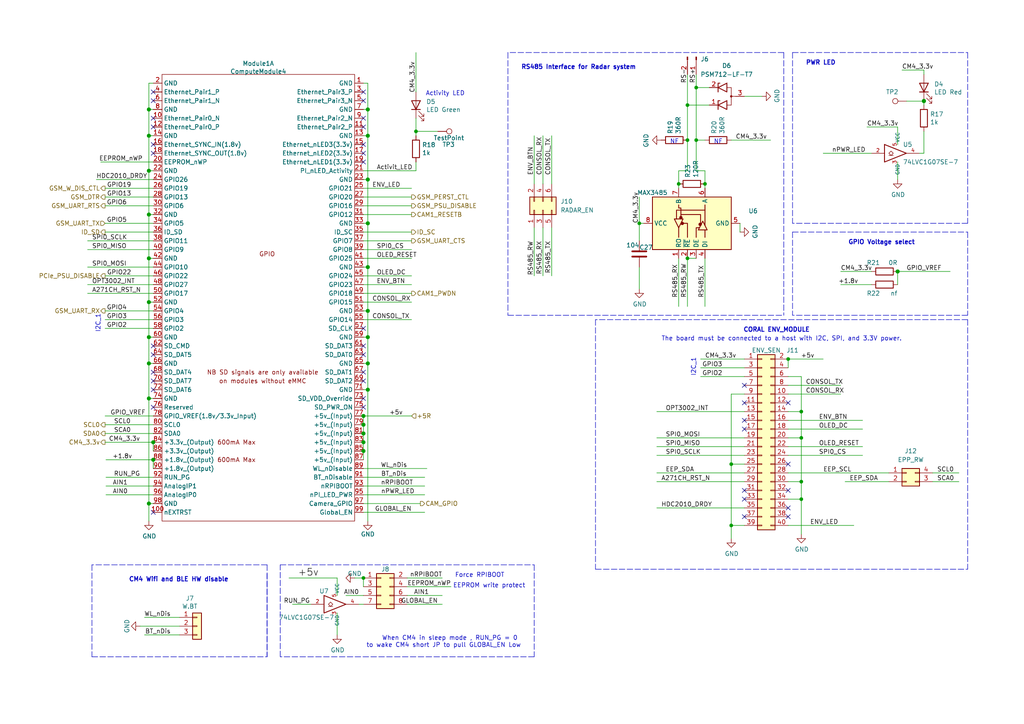
<source format=kicad_sch>
(kicad_sch (version 20211123) (generator eeschema)
  (paper "A4")
  (junction (at 232.41 119.38))
  (junction (at 260.35 78.74) (diameter 1.016))
  (junction (at 43.18 39.37) (diameter 1.016))
  (junction (at 44.45 133.35) (diameter 1.016))
  (junction (at 228.6 104.14))
  (junction (at 106.68 105.41) (diameter 1.016))
  (junction (at 106.68 97.79) (diameter 1.016))
  (junction (at 105.41 167.64))
  (junction (at 43.18 31.75) (diameter 1.016))
  (junction (at 201.93 25.4))
  (junction (at 196.85 53.34))
  (junction (at 106.68 52.07) (diameter 1.016))
  (junction (at 106.68 31.75) (diameter 1.016))
  (junction (at 212.09 134.62))
  (junction (at 43.18 115.57) (diameter 1.016))
  (junction (at 232.41 144.78))
  (junction (at 105.41 123.19) (diameter 1.016))
  (junction (at 106.68 39.37) (diameter 1.016))
  (junction (at 43.18 74.93) (diameter 1.016))
  (junction (at 199.39 74.93))
  (junction (at 106.68 113.03) (diameter 1.016))
  (junction (at 105.41 130.81) (diameter 1.016))
  (junction (at 106.68 77.47) (diameter 1.016))
  (junction (at 267.97 29.337) (diameter 1.016))
  (junction (at 204.47 53.34))
  (junction (at 43.18 49.53) (diameter 1.016))
  (junction (at 43.18 87.63) (diameter 1.016))
  (junction (at 43.18 105.41) (diameter 1.016))
  (junction (at 105.41 120.65) (diameter 1.016))
  (junction (at 199.39 40.64))
  (junction (at 185.42 64.77))
  (junction (at 43.18 62.23) (diameter 1.016))
  (junction (at 106.68 64.77) (diameter 1.016))
  (junction (at 199.39 30.48))
  (junction (at 201.93 40.64))
  (junction (at 105.41 125.73) (diameter 1.016))
  (junction (at 267.97 29.21))
  (junction (at 212.09 152.4))
  (junction (at 43.18 146.05) (diameter 1.016))
  (junction (at 106.68 90.17) (diameter 1.016))
  (junction (at 44.45 128.27) (diameter 1.016))
  (junction (at 232.41 127))
  (junction (at 105.41 128.27) (diameter 1.016))
  (junction (at 120.65 38.1))
  (junction (at 43.18 97.79) (diameter 1.016))
  (junction (at 232.41 139.7))
  (no_connect (at 105.41 100.33))
  (no_connect (at 105.41 95.25))
  (no_connect (at 215.9 121.92))
  (no_connect (at 105.41 115.57))
  (no_connect (at 215.9 142.24))
  (no_connect (at 105.41 46.99))
  (no_connect (at 215.9 144.78))
  (no_connect (at 44.45 102.87))
  (no_connect (at 44.45 118.11))
  (no_connect (at 105.41 41.91))
  (no_connect (at 215.9 116.84))
  (no_connect (at 228.6 147.32))
  (no_connect (at 228.6 149.86))
  (no_connect (at 44.45 29.21))
  (no_connect (at 228.6 116.84))
  (no_connect (at 44.45 34.29))
  (no_connect (at 44.45 110.49))
  (no_connect (at 44.45 36.83))
  (no_connect (at 44.45 41.91))
  (no_connect (at 215.9 124.46))
  (no_connect (at 215.9 111.76))
  (no_connect (at 105.41 102.87))
  (no_connect (at 105.41 36.83))
  (no_connect (at 44.45 26.67))
  (no_connect (at 215.9 149.86))
  (no_connect (at 105.41 26.67))
  (no_connect (at 105.41 44.45))
  (no_connect (at 105.41 107.95))
  (no_connect (at 228.6 134.62))
  (no_connect (at 105.41 29.21))
  (no_connect (at 44.45 107.95))
  (no_connect (at 105.41 118.11))
  (no_connect (at 44.45 100.33))
  (no_connect (at 228.6 142.24))
  (no_connect (at 105.41 34.29))
  (no_connect (at 105.41 110.49))
  (no_connect (at 44.45 148.59))
  (no_connect (at 44.45 44.45))
  (no_connect (at 44.45 113.03))
  (wire (pts (xy 267.97 44.45) (xy 266.7 44.45)))
  (polyline (pts (xy 280.67 15.24) (xy 280.67 64.77)))
  (wire (pts (xy 228.6 124.46) (xy 250.19 124.46)))
  (wire (pts (xy 190.5 132.08) (xy 215.9 132.08)))
  (polyline (pts (xy 172.72 165.1) (xy 280.67 165.1)))
  (wire (pts (xy 196.85 74.93) (xy 196.85 88.9)))
  (polyline (pts (xy 280.67 92.71) (xy 172.72 92.71)))
  (wire (pts (xy 154.94 39.37) (xy 154.94 53.34)))
  (wire (pts (xy 106.68 97.79) (xy 106.68 105.41)))
  (wire (pts (xy 118.11 167.64) (xy 128.27 167.64)))
  (wire (pts (xy 43.18 105.41) (xy 43.18 115.57)))
  (wire (pts (xy 228.6 111.76) (xy 243.84 111.76)))
  (wire (pts (xy 199.39 30.48) (xy 199.39 40.64)))
  (wire (pts (xy 196.85 53.34) (xy 196.85 54.61)))
  (polyline (pts (xy 229.87 15.24) (xy 280.67 15.24)))
  (wire (pts (xy 105.41 130.81) (xy 105.41 133.35)))
  (wire (pts (xy 228.6 132.08) (xy 250.19 132.08)))
  (polyline (pts (xy 147.32 91.44) (xy 227.33 91.44)))
  (wire (pts (xy 260.35 41.91) (xy 260.35 36.83)))
  (wire (pts (xy 105.41 54.61) (xy 119.38 54.61)))
  (wire (pts (xy 105.41 64.77) (xy 106.68 64.77)))
  (wire (pts (xy 30.48 95.25) (xy 44.45 95.25)))
  (wire (pts (xy 105.41 87.63) (xy 119.38 87.63)))
  (wire (pts (xy 105.41 138.43) (xy 123.19 138.43)))
  (wire (pts (xy 190.5 119.38) (xy 215.9 119.38)))
  (wire (pts (xy 105.41 105.41) (xy 106.68 105.41)))
  (polyline (pts (xy 147.32 15.24) (xy 147.32 91.44)))
  (wire (pts (xy 30.48 57.15) (xy 44.45 57.15)))
  (wire (pts (xy 118.11 172.72) (xy 128.27 172.72)))
  (wire (pts (xy 105.41 24.13) (xy 106.68 24.13)))
  (polyline (pts (xy 280.67 67.31) (xy 280.67 91.44)))
  (wire (pts (xy 267.97 29.21) (xy 267.97 29.337)))
  (wire (pts (xy 106.68 31.75) (xy 106.68 39.37)))
  (wire (pts (xy 260.35 78.74) (xy 275.59 78.74)))
  (wire (pts (xy 201.93 25.4) (xy 205.74 25.4)))
  (polyline (pts (xy 227.33 15.24) (xy 147.32 15.24)))
  (polyline (pts (xy 229.87 67.31) (xy 229.87 91.44)))
  (wire (pts (xy 196.85 49.53) (xy 196.85 53.34)))
  (wire (pts (xy 232.41 144.78) (xy 232.41 139.7)))
  (wire (pts (xy 105.41 85.09) (xy 119.38 85.09)))
  (wire (pts (xy 228.6 139.7) (xy 232.41 139.7)))
  (wire (pts (xy 105.41 97.79) (xy 106.68 97.79)))
  (wire (pts (xy 97.79 167.64) (xy 97.79 172.72)))
  (wire (pts (xy 30.48 90.17) (xy 44.45 90.17)))
  (wire (pts (xy 190.5 139.7) (xy 215.9 139.7)))
  (wire (pts (xy 105.41 52.07) (xy 106.68 52.07)))
  (wire (pts (xy 204.47 74.93) (xy 204.47 88.9)))
  (wire (pts (xy 105.41 39.37) (xy 106.68 39.37)))
  (wire (pts (xy 228.6 114.3) (xy 243.84 114.3)))
  (wire (pts (xy 232.41 109.22) (xy 232.41 119.38)))
  (wire (pts (xy 260.35 36.83) (xy 251.46 36.83)))
  (wire (pts (xy 30.48 67.31) (xy 44.45 67.31)))
  (wire (pts (xy 203.2 109.22) (xy 215.9 109.22)))
  (wire (pts (xy 25.4 72.39) (xy 44.45 72.39)))
  (wire (pts (xy 105.41 57.15) (xy 119.38 57.15)))
  (wire (pts (xy 105.41 146.05) (xy 121.92 146.05)))
  (wire (pts (xy 25.4 69.85) (xy 44.45 69.85)))
  (wire (pts (xy 185.42 83.82) (xy 185.42 77.47)))
  (wire (pts (xy 201.93 25.4) (xy 201.93 40.64)))
  (wire (pts (xy 105.41 123.19) (xy 105.41 125.73)))
  (wire (pts (xy 30.734 133.35) (xy 44.45 133.35)))
  (wire (pts (xy 105.41 135.89) (xy 123.825 135.89)))
  (wire (pts (xy 270.51 137.16) (xy 278.13 137.16)))
  (wire (pts (xy 43.18 74.93) (xy 43.18 87.63)))
  (wire (pts (xy 102.87 167.64) (xy 105.41 167.64)))
  (wire (pts (xy 30.48 54.61) (xy 44.45 54.61)))
  (wire (pts (xy 43.18 31.75) (xy 43.18 39.37)))
  (wire (pts (xy 44.45 24.13) (xy 43.18 24.13)))
  (wire (pts (xy 267.97 38.1) (xy 267.97 44.45)))
  (wire (pts (xy 25.4 85.09) (xy 44.45 85.09)))
  (wire (pts (xy 41.91 184.15) (xy 52.07 184.15)))
  (wire (pts (xy 228.6 104.14) (xy 238.76 104.14)))
  (wire (pts (xy 29.21 46.99) (xy 44.45 46.99)))
  (wire (pts (xy 30.48 92.71) (xy 44.45 92.71)))
  (wire (pts (xy 106.68 113.03) (xy 106.68 151.13)))
  (wire (pts (xy 118.11 170.18) (xy 130.81 170.18)))
  (wire (pts (xy 185.42 57.15) (xy 185.42 64.77)))
  (wire (pts (xy 228.6 152.4) (xy 247.65 152.4)))
  (wire (pts (xy 105.41 67.31) (xy 119.38 67.31)))
  (wire (pts (xy 83.82 167.64) (xy 97.79 167.64)))
  (wire (pts (xy 190.5 147.32) (xy 215.9 147.32)))
  (wire (pts (xy 106.68 105.41) (xy 106.68 113.03)))
  (wire (pts (xy 212.09 114.3) (xy 212.09 134.62)))
  (wire (pts (xy 199.39 30.48) (xy 205.74 30.48)))
  (wire (pts (xy 105.41 120.65) (xy 105.41 123.19)))
  (wire (pts (xy 105.41 74.93) (xy 119.38 74.93)))
  (wire (pts (xy 228.6 129.54) (xy 250.19 129.54)))
  (wire (pts (xy 245.11 139.7) (xy 257.81 139.7)))
  (wire (pts (xy 232.41 139.7) (xy 232.41 127)))
  (polyline (pts (xy 229.87 67.31) (xy 280.67 67.31)))
  (wire (pts (xy 220.98 27.94) (xy 215.9 27.94)))
  (wire (pts (xy 238.76 44.45) (xy 252.73 44.45)))
  (wire (pts (xy 201.93 40.64) (xy 204.47 40.64)))
  (wire (pts (xy 212.09 40.64) (xy 223.52 40.64)))
  (wire (pts (xy 105.41 120.65) (xy 119.38 120.65)))
  (wire (pts (xy 104.14 175.26) (xy 105.41 175.26)))
  (polyline (pts (xy 77.47 166.37) (xy 77.47 190.5)))
  (wire (pts (xy 27.94 52.07) (xy 44.45 52.07)))
  (wire (pts (xy 30.48 120.65) (xy 44.45 120.65)))
  (wire (pts (xy 30.48 123.19) (xy 44.45 123.19)))
  (wire (pts (xy 105.41 59.69) (xy 119.38 59.69)))
  (wire (pts (xy 25.4 77.47) (xy 44.45 77.47)))
  (wire (pts (xy 43.18 62.23) (xy 43.18 74.93)))
  (polyline (pts (xy 227.33 15.24) (xy 227.33 91.44)))
  (wire (pts (xy 228.6 109.22) (xy 232.41 109.22)))
  (wire (pts (xy 262.9662 29.337) (xy 267.97 29.337)))
  (wire (pts (xy 106.68 39.37) (xy 106.68 52.07)))
  (wire (pts (xy 185.42 64.77) (xy 185.42 69.85)))
  (wire (pts (xy 228.6 137.16) (xy 257.81 137.16)))
  (wire (pts (xy 203.2 106.68) (xy 215.9 106.68)))
  (wire (pts (xy 25.4 82.55) (xy 44.45 82.55)))
  (wire (pts (xy 100.33 172.72) (xy 105.41 172.72)))
  (wire (pts (xy 201.93 40.64) (xy 201.93 49.53)))
  (wire (pts (xy 199.39 74.93) (xy 199.39 88.9)))
  (wire (pts (xy 44.45 39.37) (xy 43.18 39.37)))
  (polyline (pts (xy 172.72 92.71) (xy 172.72 165.1)))
  (wire (pts (xy 44.45 135.89) (xy 44.45 133.35)))
  (wire (pts (xy 228.6 144.78) (xy 232.41 144.78)))
  (wire (pts (xy 120.65 46.99) (xy 120.65 49.53)))
  (wire (pts (xy 120.65 38.1) (xy 120.65 39.37)))
  (wire (pts (xy 43.18 87.63) (xy 44.45 87.63)))
  (wire (pts (xy 106.68 64.77) (xy 106.68 77.47)))
  (wire (pts (xy 30.48 125.73) (xy 44.45 125.73)))
  (wire (pts (xy 201.93 49.53) (xy 204.47 49.53)))
  (wire (pts (xy 243.84 78.74) (xy 252.73 78.74)))
  (wire (pts (xy 228.6 121.92) (xy 250.19 121.92)))
  (wire (pts (xy 190.5 129.54) (xy 215.9 129.54)))
  (wire (pts (xy 186.69 64.77) (xy 185.42 64.77)))
  (wire (pts (xy 30.734 140.97) (xy 44.45 140.97)))
  (wire (pts (xy 43.18 87.63) (xy 43.18 97.79)))
  (wire (pts (xy 260.35 78.74) (xy 260.35 82.55)))
  (wire (pts (xy 105.41 72.39) (xy 119.38 72.39)))
  (wire (pts (xy 30.48 80.01) (xy 44.45 80.01)))
  (wire (pts (xy 120.65 15.24) (xy 120.65 26.67)))
  (wire (pts (xy 120.65 38.1) (xy 127 38.1)))
  (wire (pts (xy 106.68 77.47) (xy 106.68 90.17)))
  (wire (pts (xy 190.5 127) (xy 215.9 127)))
  (wire (pts (xy 105.41 49.53) (xy 120.65 49.53)))
  (wire (pts (xy 228.6 127) (xy 232.41 127)))
  (wire (pts (xy 106.68 90.17) (xy 106.68 97.79)))
  (wire (pts (xy 204.47 53.34) (xy 204.47 54.61)))
  (wire (pts (xy 43.18 105.41) (xy 44.45 105.41)))
  (polyline (pts (xy 280.67 92.71) (xy 280.67 165.1)))
  (wire (pts (xy 105.41 31.75) (xy 106.68 31.75)))
  (polyline (pts (xy 154.94 190.5) (xy 81.28 190.5)))
  (wire (pts (xy 214.63 67.31) (xy 214.63 64.77)))
  (wire (pts (xy 44.45 146.05) (xy 43.18 146.05)))
  (wire (pts (xy 212.09 134.62) (xy 215.9 134.62)))
  (wire (pts (xy 44.45 130.81) (xy 44.45 128.27)))
  (wire (pts (xy 105.41 80.01) (xy 119.38 80.01)))
  (wire (pts (xy 105.41 125.73) (xy 105.41 128.27)))
  (wire (pts (xy 43.18 74.93) (xy 44.45 74.93)))
  (wire (pts (xy 30.734 143.51) (xy 44.45 143.51)))
  (polyline (pts (xy 229.87 15.24) (xy 229.87 64.77)))
  (wire (pts (xy 105.41 62.23) (xy 119.38 62.23)))
  (wire (pts (xy 260.35 46.99) (xy 260.35 52.07)))
  (wire (pts (xy 43.18 97.79) (xy 43.18 105.41)))
  (wire (pts (xy 190.5 137.16) (xy 215.9 137.16)))
  (wire (pts (xy 43.18 39.37) (xy 43.18 49.53)))
  (wire (pts (xy 212.09 152.4) (xy 212.09 156.21)))
  (wire (pts (xy 43.18 49.53) (xy 43.18 62.23)))
  (wire (pts (xy 105.41 92.71) (xy 119.38 92.71)))
  (wire (pts (xy 30.734 138.43) (xy 44.45 138.43)))
  (wire (pts (xy 105.41 77.47) (xy 106.68 77.47)))
  (wire (pts (xy 157.48 66.04) (xy 157.48 80.01)))
  (wire (pts (xy 120.65 34.29) (xy 120.65 38.1)))
  (wire (pts (xy 105.41 113.03) (xy 106.68 113.03)))
  (wire (pts (xy 199.39 40.64) (xy 199.39 49.53)))
  (wire (pts (xy 199.39 21.59) (xy 199.39 30.48)))
  (wire (pts (xy 232.41 127) (xy 232.41 119.38)))
  (wire (pts (xy 160.02 39.37) (xy 160.02 53.34)))
  (wire (pts (xy 228.6 104.14) (xy 228.6 106.68)))
  (wire (pts (xy 30.48 59.69) (xy 44.45 59.69)))
  (wire (pts (xy 97.79 177.8) (xy 97.79 184.15)))
  (polyline (pts (xy 81.28 163.83) (xy 154.94 163.83)))
  (wire (pts (xy 201.93 21.59) (xy 201.93 25.4)))
  (wire (pts (xy 243.84 82.55) (xy 252.73 82.55)))
  (wire (pts (xy 43.18 115.57) (xy 43.18 146.05)))
  (wire (pts (xy 105.41 82.55) (xy 119.38 82.55)))
  (wire (pts (xy 43.18 49.53) (xy 44.45 49.53)))
  (wire (pts (xy 30.48 128.27) (xy 44.45 128.27)))
  (wire (pts (xy 157.48 39.37) (xy 157.48 53.34)))
  (wire (pts (xy 44.45 31.75) (xy 43.18 31.75)))
  (wire (pts (xy 105.41 143.51) (xy 123.19 143.51)))
  (polyline (pts (xy 280.67 91.44) (xy 229.87 91.44)))
  (wire (pts (xy 43.18 97.79) (xy 44.45 97.79)))
  (wire (pts (xy 105.41 167.64) (xy 105.41 170.18)))
  (wire (pts (xy 105.41 69.85) (xy 119.38 69.85)))
  (wire (pts (xy 43.18 115.57) (xy 44.45 115.57)))
  (wire (pts (xy 212.09 152.4) (xy 212.09 134.62)))
  (wire (pts (xy 118.11 175.26) (xy 128.27 175.26)))
  (polyline (pts (xy 154.94 163.83) (xy 154.94 190.5)))
  (wire (pts (xy 30.48 64.77) (xy 44.45 64.77)))
  (wire (pts (xy 199.39 74.93) (xy 201.93 74.93)))
  (wire (pts (xy 105.41 128.27) (xy 105.41 130.81)))
  (wire (pts (xy 44.45 133.35) (xy 44.704 133.35)))
  (wire (pts (xy 203.2 104.14) (xy 215.9 104.14)))
  (wire (pts (xy 215.9 114.3) (xy 212.09 114.3)))
  (polyline (pts (xy 26.67 163.83) (xy 26.67 190.5)))
  (wire (pts (xy 106.68 52.07) (xy 106.68 64.77)))
  (wire (pts (xy 204.47 49.53) (xy 204.47 53.34)))
  (polyline (pts (xy 77.47 163.83) (xy 26.67 163.83)))
  (wire (pts (xy 105.41 140.97) (xy 123.19 140.97)))
  (wire (pts (xy 41.91 179.07) (xy 52.07 179.07)))
  (wire (pts (xy 232.41 119.38) (xy 228.6 119.38)))
  (wire (pts (xy 43.18 62.23) (xy 44.45 62.23)))
  (polyline (pts (xy 77.47 163.83) (xy 77.47 190.5)))
  (polyline (pts (xy 154.94 163.83) (xy 154.94 163.83)))
  (wire (pts (xy 261.62 20.32) (xy 267.97 20.32)))
  (wire (pts (xy 160.02 66.04) (xy 160.02 80.01)))
  (wire (pts (xy 105.41 90.17) (xy 106.68 90.17)))
  (wire (pts (xy 267.97 29.337) (xy 267.97 30.48)))
  (wire (pts (xy 270.51 139.7) (xy 278.13 139.7)))
  (wire (pts (xy 215.9 152.4) (xy 212.09 152.4)))
  (wire (pts (xy 106.68 24.13) (xy 106.68 31.75)))
  (wire (pts (xy 43.18 24.13) (xy 43.18 31.75)))
  (polyline (pts (xy 81.28 190.5) (xy 81.28 163.83)))
  (wire (pts (xy 267.97 21.59) (xy 267.97 20.32)))
  (wire (pts (xy 105.41 148.59) (xy 123.19 148.59)))
  (wire (pts (xy 199.39 49.53) (xy 196.85 49.53)))
  (polyline (pts (xy 280.67 64.77) (xy 229.87 64.77)))
  (wire (pts (xy 232.41 144.78) (xy 232.41 154.94)))
  (wire (pts (xy 84.836 175.26) (xy 90.17 175.26)))
  (wire (pts (xy 40.64 181.61) (xy 52.07 181.61)))
  (wire (pts (xy 154.94 66.04) (xy 154.94 80.01)))
  (polyline (pts (xy 26.67 190.5) (xy 77.47 190.5)))
  (wire (pts (xy 43.18 146.05) (xy 43.18 151.13)))
  (text "GPIO Voltage select\n" (at 265.43 71.12 180) (effects (font (size 1.27 1.27) (thickness 0.254) bold) (justify right bottom)))
  (text "CM4 Wifi and BLE HW disable " (at 67.31 168.91 180) (effects (font (size 1.27 1.27) (thickness 0.254) bold) (justify right bottom)))
  (text "I2C_1" (at 29.21 96.52 90) (effects (font (size 1.27 1.27)) (justify left bottom)))
  (text "When CM4 in sleep mode , RUN_PG = 0 \nto wake CM4 short JP to pull GLOBAL_EN Low" (at 151.13 187.96 0) (effects (font (size 1.27 1.27)) (justify right bottom)))
  (text "EEPROM write protect\n\n" (at 152.4 172.72 180) (effects (font (size 1.27 1.27)) (justify right bottom)))
  (text "NF" (at 207.01 41.91 0) (effects (font (size 1.27 1.27)) (justify left bottom)))
  (text "CORAL ENV_MODULE" (at 234.95 96.52 180) (effects (font (size 1.27 1.27) (thickness 0.254) bold) (justify right bottom)))
  (text "RS485 Interface for Radar system" (at 151.13 20.32 0) (effects (font (size 1.27 1.27) (thickness 0.254) bold) (justify left bottom)))
  (text "Force RPIBOOT \n" (at 147.32 167.64 180) (effects (font (size 1.27 1.27)) (justify right bottom)))
  (text "NF" (at 194.31 41.91 0) (effects (font (size 1.27 1.27)) (justify left bottom)))
  (text "Activity LED" (at 123.444 27.94 0) (effects (font (size 1.27 1.27)) (justify left bottom)))
  (text "I2C_1" (at 201.93 109.22 90) (effects (font (size 1.27 1.27)) (justify left bottom)))
  (text "The board must be connected to a host with I2C, SPI, and 3.3V power." (at 261.62 99.06 0) (effects (font (size 1.27 1.27)) (justify right bottom)))
  (text "PWR LED" (at 233.68 19.05 0) (effects (font (size 1.27 1.27) (thickness 0.254) bold) (justify left bottom)))
  (label "RS485_TX" (at 204.47 86.36 90))
  (label "SCA0" (at 271.78 139.7 0))
  (label "AIN1" (at 37.084 140.97 180))
  (label "A271CH_RST_N" (at 26.67 85.09 0))
  (label "nPWR_LED" (at 241.3 44.45 0))
  (label "GPIO4" (at 36.83 90.17 180))
  (label "CM4_3.3v" (at 204.47 104.14 0))
  (label "CONSOL_TX" (at 160.02 50.8 90))
  (label "GPIO_VREF" (at 32.004 120.65 0))
  (label "WL_nDis" (at 49.53 179.07 180))
  (label "OLED_RESET" (at 237.49 129.54 0))
  (label "GPIO3" (at 36.83 92.71 180))
  (label "+5v" (at 86.36 167.64 0) (effects (font (size 2.0066 2.0066))))
  (label "AIN0" (at 37.084 143.51 180))
  (label "SPI0_CS" (at 109.22 72.39 0))
  (label "CONSOL_RX" (at 233.68 114.3 0))
  (label "RUN_PG" (at 89.916 175.26 180))
  (label "EEP_SDA" (at 193.04 137.16 0))
  (label "WL_nDis" (at 118.11 135.89 180))
  (label "RS-" (at 199.39 24.13 90))
  (label "SPI0_SCLK" (at 26.67 69.85 0))
  (label "+1.8v" (at 248.92 82.55 180))
  (label "CM4_3.3v" (at 243.84 78.74 0))
  (label "+5v" (at 236.22 104.14 180))
  (label "ENV_LED" (at 107.95 54.61 0))
  (label "GLOBAL_EN" (at 127 175.26 180))
  (label "CM4_3.3v" (at 120.65 17.78 270))
  (label "A271CH_RST_N" (at 191.77 139.7 0))
  (label "RS485_RW" (at 154.94 69.85 270))
  (label "OPT3002_INT" (at 193.04 119.38 0))
  (label "SPI0_MISO" (at 26.67 72.39 0))
  (label "CONSOL_TX" (at 107.95 92.71 0))
  (label "CM4_3.3v" (at 185.42 64.77 90))
  (label "EEP_SCL" (at 238.76 137.16 0))
  (label "GPIO3" (at 209.55 106.68 180))
  (label "SCL0" (at 33.02 123.19 0))
  (label "GLOBAL_EN" (at 119.38 148.59 180))
  (label "ENV_BTN" (at 154.94 50.8 90))
  (label "SPI0_MISO" (at 193.04 129.54 0))
  (label "OPT3002_INT" (at 26.67 82.55 0))
  (label "GPIO2" (at 36.83 95.25 180))
  (label "SCA0" (at 33.02 125.73 0))
  (label "RS485_TX" (at 160.02 69.85 270))
  (label "CM4_3.3v" (at 40.64 128.27 180))
  (label "SPI0_MOSI" (at 193.04 127 0))
  (label "CONSOL_RX" (at 107.95 87.63 0))
  (label "GPIO2" (at 209.55 109.22 180))
  (label "ENV_LED" (at 234.95 152.4 0))
  (label "GPIO22" (at 38.1 80.01 180))
  (label "+5v" (at 116.84 120.65 180))
  (label "RUN_PG" (at 40.64 138.43 180))
  (label "CM4_3.3v" (at 261.62 20.32 0))
  (label "CONSOL_TX" (at 233.68 111.76 0))
  (label "GPIO_VREF" (at 262.89 78.74 0))
  (label "OLED_RESET" (at 109.22 74.93 0))
  (label "EEPROM_nWP" (at 41.402 46.99 180))
  (label "RS485_RX" (at 157.48 69.85 270))
  (label "GPIO5" (at 36.83 64.77 180))
  (label "RS485_RW" (at 199.39 86.36 90))
  (label "OLED_DC" (at 237.49 124.46 0))
  (label "HDC2010_DRDY" (at 191.77 147.32 0))
  (label "+1.8v" (at 38.354 133.35 180))
  (label "nRPIBOOT" (at 119.8372 140.97 180))
  (label "HDC2010_DRDY" (at 27.94 52.07 0))
  (label "GPIO19" (at 38.1 54.61 180))
  (label "EEPROM_nWP" (at 130.81 170.18 180))
  (label "CM4_3.3v" (at 213.36 40.64 0))
  (label "BT_nDis" (at 49.53 184.15 180))
  (label "AIN1" (at 124.46 172.72 180))
  (label "BT_nDis" (at 117.9576 138.43 180))
  (label "OLED_DC" (at 109.22 80.01 0))
  (label "nPWR_LED" (at 110.49 143.51 0))
  (label "SPI0_MOSI" (at 26.67 77.47 0))
  (label "AIN0" (at 104.14 172.72 180))
  (label "SPI0_SCLK" (at 193.04 132.08 0))
  (label "GPIO13" (at 38.1 57.15 180))
  (label "nRPIBOOT" (at 128.27 167.64 180))
  (label "GPIO6" (at 36.83 59.69 180))
  (label "CM4_3.3v" (at 251.46 36.83 0))
  (label "RS485_RX" (at 196.85 86.36 90))
  (label "Activit_LED" (at 109.22 49.53 0))
  (label "CONSOL_RX" (at 157.48 50.8 90))
  (label "ENV_BTN" (at 109.22 82.55 0))
  (label "ENV_BTN" (at 237.49 121.92 0))
  (label "SCL0" (at 271.78 137.16 0))
  (label "EEP_SDA" (at 246.38 139.7 0))
  (label "SPI0_CS" (at 237.49 132.08 0))
  (label "RS+" (at 201.93 24.13 90))
  (hierarchical_label "ID_SC" (shape output) (at 119.38 67.31 0))
  (hierarchical_label "PCIe_PSU_DISABLE" (shape output) (at 30.48 80.01 180))
  (hierarchical_label "SCL0" (shape output) (at 30.48 123.19 180))
  (hierarchical_label "GSM_PERST_CTL" (shape output) (at 119.38 57.15 0))
  (hierarchical_label "ID_SD" (shape output) (at 30.48 67.31 180))
  (hierarchical_label "CAM1_RESETB" (shape output) (at 119.38 62.23 0))
  (hierarchical_label "SDA0" (shape output) (at 30.48 125.73 180))
  (hierarchical_label "CM4_3.3v" (shape output) (at 30.48 128.27 180))
  (hierarchical_label "GSM_UART_RX" (shape output) (at 30.48 90.17 180))
  (hierarchical_label "GSM_UART_CTS" (shape output) (at 119.38 69.85 0))
  (hierarchical_label "GSM_PSU_DISABLE" (shape output) (at 119.38 59.69 0))
  (hierarchical_label "CAM_GPIO" (shape output) (at 121.92 146.05 0))
  (hierarchical_label "GSM_UART_TX" (shape input) (at 30.48 64.77 180))
  (hierarchical_label "+5R" (shape input) (at 119.38 120.65 0))
  (hierarchical_label "GSM_DTR" (shape output) (at 30.48 57.15 180))
  (hierarchical_label "GSM_UART_RTS" (shape output) (at 30.48 59.69 180))
  (hierarchical_label "GSM_W_DIS_CTL" (shape output) (at 30.48 54.61 180))
  (hierarchical_label "CAM1_PWDN" (shape output) (at 119.38 85.09 0))
  (symbol (lib_id "Device:R") (at 200.66 53.34 90) (unit 1)
    (property "Reference" "R23" (at 199.4916 51.562 0) (effects (justify left)))
    (property "Value" "120R" (at 201.803 51.562 0) (effects (justify left)))
    (property "Footprint" "Resistor_SMD:R_0402_1005Metric" (effects hide))
    (property "Datasheet" "https://fscdn.rohm.com/en/products/databook/datasheet/passive/resistor/chip_resistor/mcr-e.pdf" (effects hide))
    (property "Field4" "Farnell" (effects hide))
    (property "Field5" "9239235" (effects hide))
    (property "Field7" "KOA EUROPE GMBH" (effects hide))
    (property "Field6" "RK73H1ETTP1001F" (effects hide))
    (property "Part Description" "Resistor 1K M1005 1% 63mW" (effects hide))
    (property "Field8" "125049511" (effects hide))
    (property "LCSC" "C114758" (effects hide))
  )
  (symbol (lib_id "Device:R") (at 195.58 40.64 90) (unit 1)
    (property "Reference" "R19" (at 194.4116 38.862 0) (effects (justify left)))
    (property "Value" "360R" (at 196.723 38.862 0) (effects (justify left)))
    (property "Footprint" "Resistor_SMD:R_0402_1005Metric" (effects hide))
    (property "Datasheet" "https://fscdn.rohm.com/en/products/databook/datasheet/passive/resistor/chip_resistor/mcr-e.pdf" (effects hide))
    (property "Field4" "Farnell" (effects hide))
    (property "Field5" "9239235" (effects hide))
    (property "Field7" "KOA EUROPE GMBH" (effects hide))
    (property "Field6" "RK73H1ETTP1001F" (effects hide))
    (property "Part Description" "Resistor 1K M1005 1% 63mW" (effects hide))
    (property "Field8" "125049511" (effects hide))
    (property "LCSC" "C2930003" (effects hide))
  )
  (symbol (lib_id "power:GND") (at 212.09 156.21 0) (unit 1)
    (property "Reference" "#PWR0127" (effects hide))
    (property "Value" "GND" (at 212.217 160.6042 0))
  )
  (symbol (lib_id "CM4IO:74LVC1G07_copy") (at 260.35 44.45 0) (unit 1)
    (property "Reference" "U5" (at 261.874 41.91 0) (effects (justify left)))
    (property "Value" "74LVC1G07SE-7" (at 261.874 46.99 0) (effects (justify left)))
    (property "Footprint" "Package_TO_SOT_SMD:SOT-353_SC-70-5" (effects hide))
    (property "Datasheet" "https://www.diodes.com/assets/Datasheets/74LVC1G07.pdf" (effects hide))
    (property "Field4" "Farnell" (effects hide))
    (property "Field5" "2425492" (effects hide))
    (property "Field6" "74LVC1G07SE-7" (effects hide))
    (property "Field7" "Diodes" (effects hide))
    (property "Part Description" "Buffer, Non-Inverting 1 Element 1 Bit per Element Open Drain Output SOT-353" (effects hide))
    (property "LCSC" "C12511" (effects hide))
  )
  (symbol (lib_id "Device:R") (at 267.97 34.29 0) (unit 1)
    (property "Reference" "R17" (at 269.748 33.1216 0) (effects (justify left)))
    (property "Value" "1k" (at 269.748 35.433 0) (effects (justify left)))
    (property "Footprint" "Resistor_SMD:R_0402_1005Metric" (effects hide))
    (property "Datasheet" "https://fscdn.rohm.com/en/products/databook/datasheet/passive/resistor/chip_resistor/mcr-e.pdf" (effects hide))
    (property "Field4" "Farnell" (effects hide))
    (property "Field5" "9239235" (effects hide))
    (property "Field7" "KOA EUROPE GMBH" (effects hide))
    (property "Field6" "RK73H1ETTP1001F" (effects hide))
    (property "Part Description" "Resistor 1K M1005 1% 63mW" (effects hide))
    (property "Field8" "125049511" (effects hide))
    (property "LCSC" "C106235" (effects hide))
  )
  (symbol (lib_id "Connector:Conn_01x02_Male") (at 201.93 16.51 270) (unit 1)
    (property "Reference" "J6" (at 203.2 17.1449 90) (effects (justify left)))
    (property "Value" "Conn_01x02_Male" (effects hide))
    (property "Footprint" "Connector_PinHeader_2.54mm:PinHeader_1x02_P2.54mm_Vertical" (effects hide))
  )
  (symbol (lib_id "CM4IO:74LVC1G07_copy") (at 97.79 175.26 0) (unit 1)
    (property "Reference" "U7" (at 93.98 171.45 0))
    (property "Value" "74LVC1G07SE-7" (at 88.9 179.07 0))
    (property "Footprint" "Package_TO_SOT_SMD:SOT-353_SC-70-5" (effects hide))
    (property "Datasheet" "https://www.diodes.com/assets/Datasheets/74LVC1G07.pdf" (effects hide))
    (property "Field4" "Farnell" (effects hide))
    (property "Field5" "2425492" (effects hide))
    (property "Field6" "74LVC1G07SE-7" (effects hide))
    (property "Field7" "Diodes" (effects hide))
    (property "Part Description" "Buffer, Non-Inverting 1 Element 1 Bit per Element Open Drain Output SOT-353" (effects hide))
    (property "LCSC" "C12511" (effects hide))
  )
  (symbol (lib_id "power:GND") (at 232.41 154.94 0) (unit 1)
    (property "Reference" "#PWR0130" (effects hide))
    (property "Value" "GND" (at 232.537 159.3342 0))
  )
  (symbol (lib_id "Connector_Generic:Conn_02x20_Odd_Even") (at 220.98 127 0) (unit 1)
    (property "Reference" "J11" (at 229.87 101.6 0))
    (property "Value" "ENV_SEN" (at 222.25 101.6 0))
    (property "Footprint" "Connector_PinHeader_2.54mm:PinHeader_2x20_P2.54mm_Vertical" (effects hide))
  )
  (symbol (lib_id "Device:R") (at 256.54 78.74 90) (unit 1)
    (property "Reference" "R21" (at 255.27 76.2 90) (effects (justify left)))
    (property "Value" "0R" (at 260.35 76.2 90) (effects (justify left)))
    (property "Footprint" "Resistor_SMD:R_0402_1005Metric" (effects hide))
    (property "Datasheet" "https://fscdn.rohm.com/en/products/databook/datasheet/passive/resistor/chip_resistor/mcr-e.pdf" (effects hide))
    (property "Field4" "Farnell" (effects hide))
    (property "Field5" "9233750" (effects hide))
    (property "Field7" "Rohm" (effects hide))
    (property "Field6" "MCR10EZPJ000" (effects hide))
    (property "Part Description" "Resistor 0R M2012 5% " (effects hide))
    (property "Field8" "121629591" (effects hide))
    (property "LCSC" "C21376" (effects hide))
  )
  (symbol (lib_id "Device:LED") (at 267.97 25.4 90) (unit 1)
    (property "Reference" "D4" (at 270.9418 24.4094 90) (effects (justify right)))
    (property "Value" "LED Red" (at 270.9418 26.7208 90) (effects (justify right)))
    (property "Footprint" "LED_SMD:LED_0603_1608Metric" (effects hide))
    (property "Datasheet" "http://optoelectronics.liteon.com/upload/download/DS22-2000-210/LTST-S270KRKT.pdf" (effects hide))
    (property "Field4" "Digikey " (effects hide))
    (property "Field5" "	LTST-S270KRKT" (effects hide))
    (property "Field6" "SML-A12U8TT86Q" (effects hide))
    (property "Field7" "Rohm" (effects hide))
    (property "Field8" "650295101" (effects hide))
    (property "Part Description" "	Red 620nm LED Indication - Discrete 2.2V 2-SMD, No Lead" (effects hide))
    (property "LCSC" "C84263" (effects hide))
  )
  (symbol (lib_id "Device:R") (at 120.65 43.18 0) (unit 1)
    (property "Reference" "R18" (at 122.428 42.0116 0) (effects (justify left)))
    (property "Value" "1k" (at 122.428 44.323 0) (effects (justify left)))
    (property "Footprint" "Resistor_SMD:R_0402_1005Metric" (effects hide))
    (property "Datasheet" "https://fscdn.rohm.com/en/products/databook/datasheet/passive/resistor/chip_resistor/mcr-e.pdf" (effects hide))
    (property "Field4" "Farnell" (effects hide))
    (property "Field5" "9239235" (effects hide))
    (property "Field7" "KOA EUROPE GMBH" (effects hide))
    (property "Field6" "RK73H1ETTP1001F" (effects hide))
    (property "Part Description" "Resistor 1K M1005 1% 63mW" (effects hide))
    (property "Field8" "125049511" (effects hide))
    (property "LCSC" "C106235" (effects hide))
  )
  (symbol (lib_id "power:GND") (at 260.35 52.07 0) (unit 1)
    (property "Reference" "#PWR0134" (effects hide))
    (property "Value" "GND" (at 260.477 56.4642 0))
  )
  (symbol (lib_id "power:GND") (at 185.42 83.82 0) (unit 1)
    (property "Reference" "#PWR0139" (effects hide))
    (property "Value" "GND" (at 185.547 88.2142 0))
  )
  (symbol (lib_id "Interface_UART:MAX3485") (at 199.39 64.77 90) (unit 1)
    (property "Reference" "U6" (at 218.44 61.1886 90))
    (property "Value" "MAX3485" (at 189.23 55.88 90))
    (property "Footprint" "Package_SO:SOIC-8_3.9x4.9mm_P1.27mm" (effects hide))
    (property "Datasheet" "https://datasheets.maximintegrated.com/en/ds/MAX3483-MAX3491.pdf" (effects hide))
    (property "LCSC" "C9943" (effects hide))
  )
  (symbol (lib_id "Connector:TestPoint") (at 127 38.1 270) (unit 1)
    (property "Reference" "TP3" (at 128.27 41.91 90) (effects (justify left)))
    (property "Value" "TestPoint" (at 125.73 40.005 90) (effects (justify left)))
    (property "Footprint" "TestPoint:TestPoint_Pad_D1.0mm" (effects hide))
    (property "Field4" "nf" (effects hide))
    (property "Field5" "nf" (effects hide))
    (property "Field6" "nf" (effects hide))
    (property "Field7" "nf" (effects hide))
  )
  (symbol (lib_id "Power_Protection:RCLAMP0582B") (at 210.82 27.94 180) (unit 1)
    (property "Reference" "D6" (at 210.7565 19.05 0))
    (property "Value" "PSM712-LF-T7" (at 210.7565 21.59 0))
    (property "Footprint" "Package_TO_SOT_SMD:SOT-23" (effects hide))
    (property "Datasheet" "https://datasheet.lcsc.com/lcsc/1811061632_ProTek-Devices-PSM712-LF-T7_C32677.pdf" (effects hide))
    (property "LCSC" "C32677" (effects hide))
  )
  (symbol (lib_id "Device:R") (at 208.28 40.64 90) (unit 1)
    (property "Reference" "R20" (at 207.1116 38.862 0) (effects (justify left)))
    (property "Value" "360R " (at 209.423 38.862 0) (effects (justify left)))
    (property "Footprint" "Resistor_SMD:R_0402_1005Metric" (effects hide))
    (property "Datasheet" "https://fscdn.rohm.com/en/products/databook/datasheet/passive/resistor/chip_resistor/mcr-e.pdf" (effects hide))
    (property "Field4" "Farnell" (effects hide))
    (property "Field5" "9239235" (effects hide))
    (property "Field7" "KOA EUROPE GMBH" (effects hide))
    (property "Field6" "RK73H1ETTP1001F" (effects hide))
    (property "Part Description" "Resistor 1K M1005 1% 63mW" (effects hide))
    (property "Field8" "125049511" (effects hide))
    (property "LCSC" "C2930003" (effects hide))
  )
  (symbol (lib_id "CM4IO:ComputeModule4-CM4") (at 77.47 80.01 0) (unit 1)
    (property "Reference" "Module1" (at 74.93 18.415 0))
    (property "Value" "ComputeModule4" (at 74.93 20.7264 0))
    (property "Footprint" "CM4IO:Raspberry-Pi-4-Compute-Module" (effects hide))
    (property "Datasheet" "https://datasheet.lcsc.com/lcsc/2006112250_HRS-Hirose-DF40C-100DS-0-4V-51_C597931.pdf" (effects hide))
    (property "Field4" "Hirose" (effects hide))
    (property "Field5" "2off DF40C-100DS-0.4V" (effects hide))
    (property "Field6" "2off DF40C-100DS-0.4V" (effects hide))
    (property "Field7" "Hirose" (effects hide))
    (property "Part Description" "	100 Position Connector Receptacle, Center Strip Contacts Surface Mount Gold" (effects hide))
    (property "LCSC" "C597931" (effects hide))
  )
  (symbol (lib_id "Connector_Generic:Conn_02x04_Odd_Even") (at 110.49 170.18 0) (unit 1)
    (property "Reference" "J8" (at 111.76 165.1 0))
    (property "Value" "Conn_02x04_Odd_Even" (effects hide))
    (property "Footprint" "Connector_PinSocket_2.00mm:PinSocket_2x04_P2.00mm_Vertical" (effects hide))
    (property "LCSC" "C5156676" (effects hide))
  )
  (symbol (lib_id "power:GND") (at 214.63 67.31 90) (unit 1)
    (property "Reference" "#PWR0138" (effects hide))
    (property "Value" "GND" (at 219.0242 67.183 0))
  )
  (symbol (lib_id "power:GND") (at 97.79 184.15 0) (unit 1)
    (property "Reference" "#PWR0135" (effects hide))
    (property "Value" "GND" (at 97.917 188.5442 0))
  )
  (symbol (lib_id "power:GND") (at 191.77 40.64 270) (unit 1)
    (property "Reference" "#PWR0137" (effects hide))
    (property "Value" "GND" (at 187.3758 40.767 0))
  )
  (symbol (lib_id "Connector:TestPoint") (at 262.9662 29.337 90) (unit 1)
    (property "Reference" "TP2" (at 260.604 26.67 90) (effects (justify left)))
    (property "Value" "TestPoint" (effects hide))
    (property "Footprint" "TestPoint:TestPoint_Pad_D1.0mm" (effects hide))
    (property "Field4" "nf" (effects hide))
    (property "Field5" "nf" (effects hide))
    (property "Field6" "nf" (effects hide))
    (property "Field7" "nf" (effects hide))
  )
  (symbol (lib_id "power:GND") (at 102.87 167.64 270) (unit 1)
    (property "Reference" "#PWR03" (effects hide))
    (property "Value" "GND" (at 102.87 166.37 90))
  )
  (symbol (lib_id "Connector_Generic:Conn_01x03") (at 57.15 181.61 0) (unit 1)
    (property "Reference" "J7" (at 55.0672 173.5582 0))
    (property "Value" "W.BT" (at 55.0672 175.8696 0))
    (property "Footprint" "Connector_PinHeader_2.54mm:PinHeader_1x03_P2.54mm_Vertical" (effects hide))
    (property "Field4" "nf" (effects hide))
    (property "Field5" "nf" (effects hide))
    (property "Field6" "nf" (effects hide))
    (property "Field7" "nf" (effects hide))
    (property "Part Description" "3pin 0.1\" connector" (effects hide))
    (property "LCSC" "C5116482" (effects hide))
  )
  (symbol (lib_id "Connector_Generic:Conn_02x02_Counter_Clockwise") (at 262.89 137.16 0) (unit 1)
    (property "Reference" "J12" (at 264.16 130.81 0))
    (property "Value" "EPP_RW" (at 264.16 133.35 0))
    (property "Footprint" "Connector_PinSocket_2.54mm:PinSocket_2x02_P2.54mm_Vertical" (effects hide))
  )
  (symbol (lib_id "power:GND") (at 40.64 181.61 270) (unit 1)
    (property "Reference" "#PWR0133" (effects hide))
    (property "Value" "GND" (at 36.83 181.61 0))
  )
  (symbol (lib_id "Connector_Generic:Conn_02x03_Odd_Even") (at 157.48 60.96 90) (unit 1)
    (property "Reference" "J10" (at 162.56 58.4199 90) (effects (justify right)))
    (property "Value" "RADAR_EN" (at 162.56 60.9599 90) (effects (justify right)))
    (property "Footprint" "Connector_PinHeader_2.54mm:PinHeader_2x03_P2.54mm_Vertical" (effects hide))
  )
  (symbol (lib_id "Device:R") (at 256.54 82.55 90) (unit 1)
    (property "Reference" "R22" (at 255.27 85.09 90) (effects (justify left)))
    (property "Value" "nf" (at 260.35 85.09 90) (effects (justify left)))
    (property "Footprint" "Resistor_SMD:R_0402_1005Metric_Pad0.72x0.64mm_HandSolder" (effects hide))
    (property "Datasheet" "https://fscdn.rohm.com/en/products/databook/datasheet/passive/resistor/chip_resistor/mcr-e.pdf" (effects hide))
    (property "Field4" "nf" (effects hide))
    (property "Field5" "nf" (effects hide))
    (property "Field6" "nf" (effects hide))
  )
  (symbol (lib_id "Device:LED") (at 120.65 30.48 90) (unit 1)
    (property "Reference" "D5" (at 123.6218 29.4894 90) (effects (justify right)))
    (property "Value" "LED Green" (at 123.6218 31.8008 90) (effects (justify right)))
    (property "Footprint" "LED_SMD:LED_0603_1608Metric" (effects hide))
    (property "Datasheet" "http://optoelectronics.liteon.com/upload/download/DS22-2000-226/LTST-S270KGKT.pdf" (effects hide))
    (property "Field4" "Digikey " (effects hide))
    (property "Field5" "LTST-S270KGKT" (effects hide))
    (property "Field6" "SML-A12M8TT86N" (effects hide))
    (property "Field7" "Rohm" (effects hide))
    (property "Field8" "650263301" (effects hide))
    (property "Part Description" "	Green 572nm LED Indication - Discrete 2.2V 2-SMD, No Lead" (effects hide))
    (property "LCSC" "C434423" (effects hide))
  )
  (symbol (lib_id "power:GND") (at 106.68 151.13 0) (unit 1)
    (property "Reference" "#PWR0132" (effects hide))
    (property "Value" "GND" (at 106.68 154.94 0))
  )
  (symbol (lib_id "power:GND") (at 220.98 27.94 90) (unit 1)
    (property "Reference" "#PWR0136" (effects hide))
    (property "Value" "GND" (at 225.3742 27.813 0))
  )
  (symbol (lib_id "power:GND") (at 43.18 151.13 0) (unit 1)
    (property "Reference" "#PWR0131" (effects hide))
    (property "Value" "GND" (at 43.307 155.5242 0))
  )
  (symbol (lib_id "Device:C") (at 185.42 73.66 0) (unit 1)
    (property "Reference" "C27" (at 185.42 71.755 0) (effects (justify left)))
    (property "Value" "104" (at 181.61 71.12 0) (effects (justify left)))
    (property "Footprint" "Capacitor_SMD:C_0402_1005Metric" (effects hide))
    (property "Datasheet" "https://psearch.en.murata.com/capacitor/product/GRM155R62A104KE14%23.pdf" (effects hide))
    (property "Field4" "Farnell" (effects hide))
    (property "Field5" "2611907" (effects hide))
    (property "Field6" "GRM155R62A104KE14D" (effects hide))
    (property "Field7" "Murata" (effects hide))
    (property "Part Description" "	0.1uF 10% 100V Ceramic Capacitor X5R 0402 (1005 Metric)" (effects hide))
    (property "LCSC" "C307331" (effects hide))
  )
)
</source>
